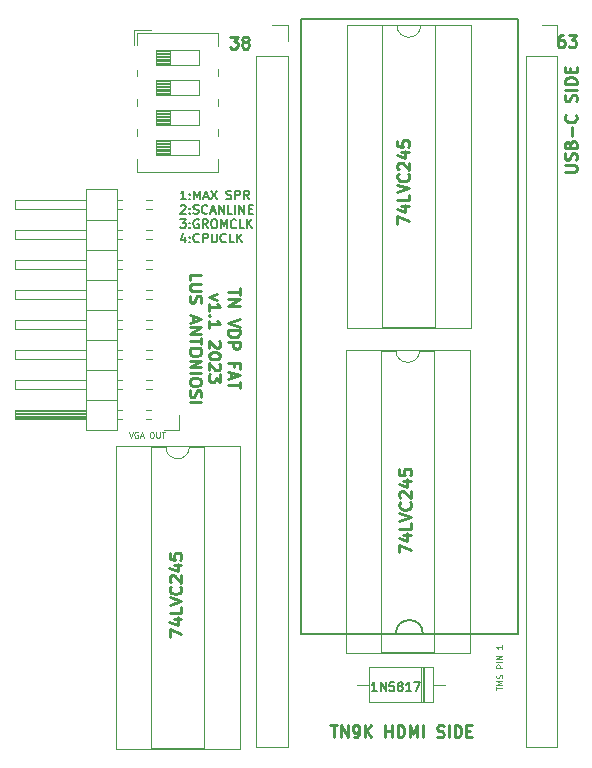
<source format=gbr>
%TF.GenerationSoftware,KiCad,Pcbnew,7.0.1*%
%TF.CreationDate,2023-05-30T14:24:39-07:00*%
%TF.ProjectId,tn_vdp_v1_fat,746e5f76-6470-45f7-9631-5f6661742e6b,rev?*%
%TF.SameCoordinates,Original*%
%TF.FileFunction,Legend,Top*%
%TF.FilePolarity,Positive*%
%FSLAX46Y46*%
G04 Gerber Fmt 4.6, Leading zero omitted, Abs format (unit mm)*
G04 Created by KiCad (PCBNEW 7.0.1) date 2023-05-30 14:24:39*
%MOMM*%
%LPD*%
G01*
G04 APERTURE LIST*
%ADD10C,0.150000*%
%ADD11C,0.250000*%
%ADD12C,0.187500*%
%ADD13C,0.125000*%
%ADD14C,0.120000*%
G04 APERTURE END LIST*
D10*
X153035000Y-48260000D02*
X171450000Y-48260000D01*
X153035000Y-48260000D02*
X153035000Y-100330000D01*
X153035000Y-100330000D02*
X171450000Y-100330000D01*
X163387262Y-100330000D02*
G75*
G03*
X161097738Y-100330000I-1144762J0D01*
G01*
X171450000Y-48260000D02*
X171450000Y-100330000D01*
D11*
X161234419Y-65643142D02*
X161234419Y-64976476D01*
X161234419Y-64976476D02*
X162234419Y-65405047D01*
X161567752Y-64166952D02*
X162234419Y-64166952D01*
X161186800Y-64405047D02*
X161901085Y-64643142D01*
X161901085Y-64643142D02*
X161901085Y-64024095D01*
X162234419Y-63166952D02*
X162234419Y-63643142D01*
X162234419Y-63643142D02*
X161234419Y-63643142D01*
X161234419Y-62976475D02*
X162234419Y-62643142D01*
X162234419Y-62643142D02*
X161234419Y-62309809D01*
X162139180Y-61405047D02*
X162186800Y-61452666D01*
X162186800Y-61452666D02*
X162234419Y-61595523D01*
X162234419Y-61595523D02*
X162234419Y-61690761D01*
X162234419Y-61690761D02*
X162186800Y-61833618D01*
X162186800Y-61833618D02*
X162091561Y-61928856D01*
X162091561Y-61928856D02*
X161996323Y-61976475D01*
X161996323Y-61976475D02*
X161805847Y-62024094D01*
X161805847Y-62024094D02*
X161662990Y-62024094D01*
X161662990Y-62024094D02*
X161472514Y-61976475D01*
X161472514Y-61976475D02*
X161377276Y-61928856D01*
X161377276Y-61928856D02*
X161282038Y-61833618D01*
X161282038Y-61833618D02*
X161234419Y-61690761D01*
X161234419Y-61690761D02*
X161234419Y-61595523D01*
X161234419Y-61595523D02*
X161282038Y-61452666D01*
X161282038Y-61452666D02*
X161329657Y-61405047D01*
X161329657Y-61024094D02*
X161282038Y-60976475D01*
X161282038Y-60976475D02*
X161234419Y-60881237D01*
X161234419Y-60881237D02*
X161234419Y-60643142D01*
X161234419Y-60643142D02*
X161282038Y-60547904D01*
X161282038Y-60547904D02*
X161329657Y-60500285D01*
X161329657Y-60500285D02*
X161424895Y-60452666D01*
X161424895Y-60452666D02*
X161520133Y-60452666D01*
X161520133Y-60452666D02*
X161662990Y-60500285D01*
X161662990Y-60500285D02*
X162234419Y-61071713D01*
X162234419Y-61071713D02*
X162234419Y-60452666D01*
X161567752Y-59595523D02*
X162234419Y-59595523D01*
X161186800Y-59833618D02*
X161901085Y-60071713D01*
X161901085Y-60071713D02*
X161901085Y-59452666D01*
X161234419Y-58595523D02*
X161234419Y-59071713D01*
X161234419Y-59071713D02*
X161710609Y-59119332D01*
X161710609Y-59119332D02*
X161662990Y-59071713D01*
X161662990Y-59071713D02*
X161615371Y-58976475D01*
X161615371Y-58976475D02*
X161615371Y-58738380D01*
X161615371Y-58738380D02*
X161662990Y-58643142D01*
X161662990Y-58643142D02*
X161710609Y-58595523D01*
X161710609Y-58595523D02*
X161805847Y-58547904D01*
X161805847Y-58547904D02*
X162043942Y-58547904D01*
X162043942Y-58547904D02*
X162139180Y-58595523D01*
X162139180Y-58595523D02*
X162186800Y-58643142D01*
X162186800Y-58643142D02*
X162234419Y-58738380D01*
X162234419Y-58738380D02*
X162234419Y-58976475D01*
X162234419Y-58976475D02*
X162186800Y-59071713D01*
X162186800Y-59071713D02*
X162139180Y-59119332D01*
X161386819Y-93456142D02*
X161386819Y-92789476D01*
X161386819Y-92789476D02*
X162386819Y-93218047D01*
X161720152Y-91979952D02*
X162386819Y-91979952D01*
X161339200Y-92218047D02*
X162053485Y-92456142D01*
X162053485Y-92456142D02*
X162053485Y-91837095D01*
X162386819Y-90979952D02*
X162386819Y-91456142D01*
X162386819Y-91456142D02*
X161386819Y-91456142D01*
X161386819Y-90789475D02*
X162386819Y-90456142D01*
X162386819Y-90456142D02*
X161386819Y-90122809D01*
X162291580Y-89218047D02*
X162339200Y-89265666D01*
X162339200Y-89265666D02*
X162386819Y-89408523D01*
X162386819Y-89408523D02*
X162386819Y-89503761D01*
X162386819Y-89503761D02*
X162339200Y-89646618D01*
X162339200Y-89646618D02*
X162243961Y-89741856D01*
X162243961Y-89741856D02*
X162148723Y-89789475D01*
X162148723Y-89789475D02*
X161958247Y-89837094D01*
X161958247Y-89837094D02*
X161815390Y-89837094D01*
X161815390Y-89837094D02*
X161624914Y-89789475D01*
X161624914Y-89789475D02*
X161529676Y-89741856D01*
X161529676Y-89741856D02*
X161434438Y-89646618D01*
X161434438Y-89646618D02*
X161386819Y-89503761D01*
X161386819Y-89503761D02*
X161386819Y-89408523D01*
X161386819Y-89408523D02*
X161434438Y-89265666D01*
X161434438Y-89265666D02*
X161482057Y-89218047D01*
X161482057Y-88837094D02*
X161434438Y-88789475D01*
X161434438Y-88789475D02*
X161386819Y-88694237D01*
X161386819Y-88694237D02*
X161386819Y-88456142D01*
X161386819Y-88456142D02*
X161434438Y-88360904D01*
X161434438Y-88360904D02*
X161482057Y-88313285D01*
X161482057Y-88313285D02*
X161577295Y-88265666D01*
X161577295Y-88265666D02*
X161672533Y-88265666D01*
X161672533Y-88265666D02*
X161815390Y-88313285D01*
X161815390Y-88313285D02*
X162386819Y-88884713D01*
X162386819Y-88884713D02*
X162386819Y-88265666D01*
X161720152Y-87408523D02*
X162386819Y-87408523D01*
X161339200Y-87646618D02*
X162053485Y-87884713D01*
X162053485Y-87884713D02*
X162053485Y-87265666D01*
X161386819Y-86408523D02*
X161386819Y-86884713D01*
X161386819Y-86884713D02*
X161863009Y-86932332D01*
X161863009Y-86932332D02*
X161815390Y-86884713D01*
X161815390Y-86884713D02*
X161767771Y-86789475D01*
X161767771Y-86789475D02*
X161767771Y-86551380D01*
X161767771Y-86551380D02*
X161815390Y-86456142D01*
X161815390Y-86456142D02*
X161863009Y-86408523D01*
X161863009Y-86408523D02*
X161958247Y-86360904D01*
X161958247Y-86360904D02*
X162196342Y-86360904D01*
X162196342Y-86360904D02*
X162291580Y-86408523D01*
X162291580Y-86408523D02*
X162339200Y-86456142D01*
X162339200Y-86456142D02*
X162386819Y-86551380D01*
X162386819Y-86551380D02*
X162386819Y-86789475D01*
X162386819Y-86789475D02*
X162339200Y-86884713D01*
X162339200Y-86884713D02*
X162291580Y-86932332D01*
D12*
X143319428Y-63573214D02*
X142890857Y-63573214D01*
X143105142Y-63573214D02*
X143105142Y-62823214D01*
X143105142Y-62823214D02*
X143033714Y-62930357D01*
X143033714Y-62930357D02*
X142962285Y-63001785D01*
X142962285Y-63001785D02*
X142890857Y-63037500D01*
X143640857Y-63501785D02*
X143676571Y-63537500D01*
X143676571Y-63537500D02*
X143640857Y-63573214D01*
X143640857Y-63573214D02*
X143605143Y-63537500D01*
X143605143Y-63537500D02*
X143640857Y-63501785D01*
X143640857Y-63501785D02*
X143640857Y-63573214D01*
X143640857Y-63108928D02*
X143676571Y-63144642D01*
X143676571Y-63144642D02*
X143640857Y-63180357D01*
X143640857Y-63180357D02*
X143605143Y-63144642D01*
X143605143Y-63144642D02*
X143640857Y-63108928D01*
X143640857Y-63108928D02*
X143640857Y-63180357D01*
X143998000Y-63573214D02*
X143998000Y-62823214D01*
X143998000Y-62823214D02*
X144248000Y-63358928D01*
X144248000Y-63358928D02*
X144498000Y-62823214D01*
X144498000Y-62823214D02*
X144498000Y-63573214D01*
X144819429Y-63358928D02*
X145176572Y-63358928D01*
X144748000Y-63573214D02*
X144998000Y-62823214D01*
X144998000Y-62823214D02*
X145248000Y-63573214D01*
X145426571Y-62823214D02*
X145926571Y-63573214D01*
X145926571Y-62823214D02*
X145426571Y-63573214D01*
X146748001Y-63537500D02*
X146855144Y-63573214D01*
X146855144Y-63573214D02*
X147033715Y-63573214D01*
X147033715Y-63573214D02*
X147105144Y-63537500D01*
X147105144Y-63537500D02*
X147140858Y-63501785D01*
X147140858Y-63501785D02*
X147176572Y-63430357D01*
X147176572Y-63430357D02*
X147176572Y-63358928D01*
X147176572Y-63358928D02*
X147140858Y-63287500D01*
X147140858Y-63287500D02*
X147105144Y-63251785D01*
X147105144Y-63251785D02*
X147033715Y-63216071D01*
X147033715Y-63216071D02*
X146890858Y-63180357D01*
X146890858Y-63180357D02*
X146819429Y-63144642D01*
X146819429Y-63144642D02*
X146783715Y-63108928D01*
X146783715Y-63108928D02*
X146748001Y-63037500D01*
X146748001Y-63037500D02*
X146748001Y-62966071D01*
X146748001Y-62966071D02*
X146783715Y-62894642D01*
X146783715Y-62894642D02*
X146819429Y-62858928D01*
X146819429Y-62858928D02*
X146890858Y-62823214D01*
X146890858Y-62823214D02*
X147069429Y-62823214D01*
X147069429Y-62823214D02*
X147176572Y-62858928D01*
X147498001Y-63573214D02*
X147498001Y-62823214D01*
X147498001Y-62823214D02*
X147783715Y-62823214D01*
X147783715Y-62823214D02*
X147855144Y-62858928D01*
X147855144Y-62858928D02*
X147890858Y-62894642D01*
X147890858Y-62894642D02*
X147926572Y-62966071D01*
X147926572Y-62966071D02*
X147926572Y-63073214D01*
X147926572Y-63073214D02*
X147890858Y-63144642D01*
X147890858Y-63144642D02*
X147855144Y-63180357D01*
X147855144Y-63180357D02*
X147783715Y-63216071D01*
X147783715Y-63216071D02*
X147498001Y-63216071D01*
X148676572Y-63573214D02*
X148426572Y-63216071D01*
X148248001Y-63573214D02*
X148248001Y-62823214D01*
X148248001Y-62823214D02*
X148533715Y-62823214D01*
X148533715Y-62823214D02*
X148605144Y-62858928D01*
X148605144Y-62858928D02*
X148640858Y-62894642D01*
X148640858Y-62894642D02*
X148676572Y-62966071D01*
X148676572Y-62966071D02*
X148676572Y-63073214D01*
X148676572Y-63073214D02*
X148640858Y-63144642D01*
X148640858Y-63144642D02*
X148605144Y-63180357D01*
X148605144Y-63180357D02*
X148533715Y-63216071D01*
X148533715Y-63216071D02*
X148248001Y-63216071D01*
X142890857Y-64109642D02*
X142926571Y-64073928D01*
X142926571Y-64073928D02*
X142998000Y-64038214D01*
X142998000Y-64038214D02*
X143176571Y-64038214D01*
X143176571Y-64038214D02*
X143248000Y-64073928D01*
X143248000Y-64073928D02*
X143283714Y-64109642D01*
X143283714Y-64109642D02*
X143319428Y-64181071D01*
X143319428Y-64181071D02*
X143319428Y-64252500D01*
X143319428Y-64252500D02*
X143283714Y-64359642D01*
X143283714Y-64359642D02*
X142855142Y-64788214D01*
X142855142Y-64788214D02*
X143319428Y-64788214D01*
X143640857Y-64716785D02*
X143676571Y-64752500D01*
X143676571Y-64752500D02*
X143640857Y-64788214D01*
X143640857Y-64788214D02*
X143605143Y-64752500D01*
X143605143Y-64752500D02*
X143640857Y-64716785D01*
X143640857Y-64716785D02*
X143640857Y-64788214D01*
X143640857Y-64323928D02*
X143676571Y-64359642D01*
X143676571Y-64359642D02*
X143640857Y-64395357D01*
X143640857Y-64395357D02*
X143605143Y-64359642D01*
X143605143Y-64359642D02*
X143640857Y-64323928D01*
X143640857Y-64323928D02*
X143640857Y-64395357D01*
X143962286Y-64752500D02*
X144069429Y-64788214D01*
X144069429Y-64788214D02*
X144248000Y-64788214D01*
X144248000Y-64788214D02*
X144319429Y-64752500D01*
X144319429Y-64752500D02*
X144355143Y-64716785D01*
X144355143Y-64716785D02*
X144390857Y-64645357D01*
X144390857Y-64645357D02*
X144390857Y-64573928D01*
X144390857Y-64573928D02*
X144355143Y-64502500D01*
X144355143Y-64502500D02*
X144319429Y-64466785D01*
X144319429Y-64466785D02*
X144248000Y-64431071D01*
X144248000Y-64431071D02*
X144105143Y-64395357D01*
X144105143Y-64395357D02*
X144033714Y-64359642D01*
X144033714Y-64359642D02*
X143998000Y-64323928D01*
X143998000Y-64323928D02*
X143962286Y-64252500D01*
X143962286Y-64252500D02*
X143962286Y-64181071D01*
X143962286Y-64181071D02*
X143998000Y-64109642D01*
X143998000Y-64109642D02*
X144033714Y-64073928D01*
X144033714Y-64073928D02*
X144105143Y-64038214D01*
X144105143Y-64038214D02*
X144283714Y-64038214D01*
X144283714Y-64038214D02*
X144390857Y-64073928D01*
X145140857Y-64716785D02*
X145105143Y-64752500D01*
X145105143Y-64752500D02*
X144998000Y-64788214D01*
X144998000Y-64788214D02*
X144926572Y-64788214D01*
X144926572Y-64788214D02*
X144819429Y-64752500D01*
X144819429Y-64752500D02*
X144748000Y-64681071D01*
X144748000Y-64681071D02*
X144712286Y-64609642D01*
X144712286Y-64609642D02*
X144676572Y-64466785D01*
X144676572Y-64466785D02*
X144676572Y-64359642D01*
X144676572Y-64359642D02*
X144712286Y-64216785D01*
X144712286Y-64216785D02*
X144748000Y-64145357D01*
X144748000Y-64145357D02*
X144819429Y-64073928D01*
X144819429Y-64073928D02*
X144926572Y-64038214D01*
X144926572Y-64038214D02*
X144998000Y-64038214D01*
X144998000Y-64038214D02*
X145105143Y-64073928D01*
X145105143Y-64073928D02*
X145140857Y-64109642D01*
X145426572Y-64573928D02*
X145783715Y-64573928D01*
X145355143Y-64788214D02*
X145605143Y-64038214D01*
X145605143Y-64038214D02*
X145855143Y-64788214D01*
X146105143Y-64788214D02*
X146105143Y-64038214D01*
X146105143Y-64038214D02*
X146533714Y-64788214D01*
X146533714Y-64788214D02*
X146533714Y-64038214D01*
X147248000Y-64788214D02*
X146890857Y-64788214D01*
X146890857Y-64788214D02*
X146890857Y-64038214D01*
X147498000Y-64788214D02*
X147498000Y-64038214D01*
X147855143Y-64788214D02*
X147855143Y-64038214D01*
X147855143Y-64038214D02*
X148283714Y-64788214D01*
X148283714Y-64788214D02*
X148283714Y-64038214D01*
X148640857Y-64395357D02*
X148890857Y-64395357D01*
X148998000Y-64788214D02*
X148640857Y-64788214D01*
X148640857Y-64788214D02*
X148640857Y-64038214D01*
X148640857Y-64038214D02*
X148998000Y-64038214D01*
X142855142Y-65253214D02*
X143319428Y-65253214D01*
X143319428Y-65253214D02*
X143069428Y-65538928D01*
X143069428Y-65538928D02*
X143176571Y-65538928D01*
X143176571Y-65538928D02*
X143248000Y-65574642D01*
X143248000Y-65574642D02*
X143283714Y-65610357D01*
X143283714Y-65610357D02*
X143319428Y-65681785D01*
X143319428Y-65681785D02*
X143319428Y-65860357D01*
X143319428Y-65860357D02*
X143283714Y-65931785D01*
X143283714Y-65931785D02*
X143248000Y-65967500D01*
X143248000Y-65967500D02*
X143176571Y-66003214D01*
X143176571Y-66003214D02*
X142962285Y-66003214D01*
X142962285Y-66003214D02*
X142890857Y-65967500D01*
X142890857Y-65967500D02*
X142855142Y-65931785D01*
X143640857Y-65931785D02*
X143676571Y-65967500D01*
X143676571Y-65967500D02*
X143640857Y-66003214D01*
X143640857Y-66003214D02*
X143605143Y-65967500D01*
X143605143Y-65967500D02*
X143640857Y-65931785D01*
X143640857Y-65931785D02*
X143640857Y-66003214D01*
X143640857Y-65538928D02*
X143676571Y-65574642D01*
X143676571Y-65574642D02*
X143640857Y-65610357D01*
X143640857Y-65610357D02*
X143605143Y-65574642D01*
X143605143Y-65574642D02*
X143640857Y-65538928D01*
X143640857Y-65538928D02*
X143640857Y-65610357D01*
X144390857Y-65288928D02*
X144319429Y-65253214D01*
X144319429Y-65253214D02*
X144212286Y-65253214D01*
X144212286Y-65253214D02*
X144105143Y-65288928D01*
X144105143Y-65288928D02*
X144033714Y-65360357D01*
X144033714Y-65360357D02*
X143998000Y-65431785D01*
X143998000Y-65431785D02*
X143962286Y-65574642D01*
X143962286Y-65574642D02*
X143962286Y-65681785D01*
X143962286Y-65681785D02*
X143998000Y-65824642D01*
X143998000Y-65824642D02*
X144033714Y-65896071D01*
X144033714Y-65896071D02*
X144105143Y-65967500D01*
X144105143Y-65967500D02*
X144212286Y-66003214D01*
X144212286Y-66003214D02*
X144283714Y-66003214D01*
X144283714Y-66003214D02*
X144390857Y-65967500D01*
X144390857Y-65967500D02*
X144426571Y-65931785D01*
X144426571Y-65931785D02*
X144426571Y-65681785D01*
X144426571Y-65681785D02*
X144283714Y-65681785D01*
X145176571Y-66003214D02*
X144926571Y-65646071D01*
X144748000Y-66003214D02*
X144748000Y-65253214D01*
X144748000Y-65253214D02*
X145033714Y-65253214D01*
X145033714Y-65253214D02*
X145105143Y-65288928D01*
X145105143Y-65288928D02*
X145140857Y-65324642D01*
X145140857Y-65324642D02*
X145176571Y-65396071D01*
X145176571Y-65396071D02*
X145176571Y-65503214D01*
X145176571Y-65503214D02*
X145140857Y-65574642D01*
X145140857Y-65574642D02*
X145105143Y-65610357D01*
X145105143Y-65610357D02*
X145033714Y-65646071D01*
X145033714Y-65646071D02*
X144748000Y-65646071D01*
X145640857Y-65253214D02*
X145783714Y-65253214D01*
X145783714Y-65253214D02*
X145855143Y-65288928D01*
X145855143Y-65288928D02*
X145926571Y-65360357D01*
X145926571Y-65360357D02*
X145962286Y-65503214D01*
X145962286Y-65503214D02*
X145962286Y-65753214D01*
X145962286Y-65753214D02*
X145926571Y-65896071D01*
X145926571Y-65896071D02*
X145855143Y-65967500D01*
X145855143Y-65967500D02*
X145783714Y-66003214D01*
X145783714Y-66003214D02*
X145640857Y-66003214D01*
X145640857Y-66003214D02*
X145569429Y-65967500D01*
X145569429Y-65967500D02*
X145498000Y-65896071D01*
X145498000Y-65896071D02*
X145462286Y-65753214D01*
X145462286Y-65753214D02*
X145462286Y-65503214D01*
X145462286Y-65503214D02*
X145498000Y-65360357D01*
X145498000Y-65360357D02*
X145569429Y-65288928D01*
X145569429Y-65288928D02*
X145640857Y-65253214D01*
X146283714Y-66003214D02*
X146283714Y-65253214D01*
X146283714Y-65253214D02*
X146533714Y-65788928D01*
X146533714Y-65788928D02*
X146783714Y-65253214D01*
X146783714Y-65253214D02*
X146783714Y-66003214D01*
X147569428Y-65931785D02*
X147533714Y-65967500D01*
X147533714Y-65967500D02*
X147426571Y-66003214D01*
X147426571Y-66003214D02*
X147355143Y-66003214D01*
X147355143Y-66003214D02*
X147248000Y-65967500D01*
X147248000Y-65967500D02*
X147176571Y-65896071D01*
X147176571Y-65896071D02*
X147140857Y-65824642D01*
X147140857Y-65824642D02*
X147105143Y-65681785D01*
X147105143Y-65681785D02*
X147105143Y-65574642D01*
X147105143Y-65574642D02*
X147140857Y-65431785D01*
X147140857Y-65431785D02*
X147176571Y-65360357D01*
X147176571Y-65360357D02*
X147248000Y-65288928D01*
X147248000Y-65288928D02*
X147355143Y-65253214D01*
X147355143Y-65253214D02*
X147426571Y-65253214D01*
X147426571Y-65253214D02*
X147533714Y-65288928D01*
X147533714Y-65288928D02*
X147569428Y-65324642D01*
X148248000Y-66003214D02*
X147890857Y-66003214D01*
X147890857Y-66003214D02*
X147890857Y-65253214D01*
X148498000Y-66003214D02*
X148498000Y-65253214D01*
X148926571Y-66003214D02*
X148605143Y-65574642D01*
X148926571Y-65253214D02*
X148498000Y-65681785D01*
X143248000Y-66718214D02*
X143248000Y-67218214D01*
X143069428Y-66432500D02*
X142890857Y-66968214D01*
X142890857Y-66968214D02*
X143355142Y-66968214D01*
X143640857Y-67146785D02*
X143676571Y-67182500D01*
X143676571Y-67182500D02*
X143640857Y-67218214D01*
X143640857Y-67218214D02*
X143605143Y-67182500D01*
X143605143Y-67182500D02*
X143640857Y-67146785D01*
X143640857Y-67146785D02*
X143640857Y-67218214D01*
X143640857Y-66753928D02*
X143676571Y-66789642D01*
X143676571Y-66789642D02*
X143640857Y-66825357D01*
X143640857Y-66825357D02*
X143605143Y-66789642D01*
X143605143Y-66789642D02*
X143640857Y-66753928D01*
X143640857Y-66753928D02*
X143640857Y-66825357D01*
X144426571Y-67146785D02*
X144390857Y-67182500D01*
X144390857Y-67182500D02*
X144283714Y-67218214D01*
X144283714Y-67218214D02*
X144212286Y-67218214D01*
X144212286Y-67218214D02*
X144105143Y-67182500D01*
X144105143Y-67182500D02*
X144033714Y-67111071D01*
X144033714Y-67111071D02*
X143998000Y-67039642D01*
X143998000Y-67039642D02*
X143962286Y-66896785D01*
X143962286Y-66896785D02*
X143962286Y-66789642D01*
X143962286Y-66789642D02*
X143998000Y-66646785D01*
X143998000Y-66646785D02*
X144033714Y-66575357D01*
X144033714Y-66575357D02*
X144105143Y-66503928D01*
X144105143Y-66503928D02*
X144212286Y-66468214D01*
X144212286Y-66468214D02*
X144283714Y-66468214D01*
X144283714Y-66468214D02*
X144390857Y-66503928D01*
X144390857Y-66503928D02*
X144426571Y-66539642D01*
X144748000Y-67218214D02*
X144748000Y-66468214D01*
X144748000Y-66468214D02*
X145033714Y-66468214D01*
X145033714Y-66468214D02*
X145105143Y-66503928D01*
X145105143Y-66503928D02*
X145140857Y-66539642D01*
X145140857Y-66539642D02*
X145176571Y-66611071D01*
X145176571Y-66611071D02*
X145176571Y-66718214D01*
X145176571Y-66718214D02*
X145140857Y-66789642D01*
X145140857Y-66789642D02*
X145105143Y-66825357D01*
X145105143Y-66825357D02*
X145033714Y-66861071D01*
X145033714Y-66861071D02*
X144748000Y-66861071D01*
X145498000Y-66468214D02*
X145498000Y-67075357D01*
X145498000Y-67075357D02*
X145533714Y-67146785D01*
X145533714Y-67146785D02*
X145569429Y-67182500D01*
X145569429Y-67182500D02*
X145640857Y-67218214D01*
X145640857Y-67218214D02*
X145783714Y-67218214D01*
X145783714Y-67218214D02*
X145855143Y-67182500D01*
X145855143Y-67182500D02*
X145890857Y-67146785D01*
X145890857Y-67146785D02*
X145926571Y-67075357D01*
X145926571Y-67075357D02*
X145926571Y-66468214D01*
X146712285Y-67146785D02*
X146676571Y-67182500D01*
X146676571Y-67182500D02*
X146569428Y-67218214D01*
X146569428Y-67218214D02*
X146498000Y-67218214D01*
X146498000Y-67218214D02*
X146390857Y-67182500D01*
X146390857Y-67182500D02*
X146319428Y-67111071D01*
X146319428Y-67111071D02*
X146283714Y-67039642D01*
X146283714Y-67039642D02*
X146248000Y-66896785D01*
X146248000Y-66896785D02*
X146248000Y-66789642D01*
X146248000Y-66789642D02*
X146283714Y-66646785D01*
X146283714Y-66646785D02*
X146319428Y-66575357D01*
X146319428Y-66575357D02*
X146390857Y-66503928D01*
X146390857Y-66503928D02*
X146498000Y-66468214D01*
X146498000Y-66468214D02*
X146569428Y-66468214D01*
X146569428Y-66468214D02*
X146676571Y-66503928D01*
X146676571Y-66503928D02*
X146712285Y-66539642D01*
X147390857Y-67218214D02*
X147033714Y-67218214D01*
X147033714Y-67218214D02*
X147033714Y-66468214D01*
X147640857Y-67218214D02*
X147640857Y-66468214D01*
X148069428Y-67218214D02*
X147748000Y-66789642D01*
X148069428Y-66468214D02*
X147640857Y-66896785D01*
D11*
X141945819Y-100588542D02*
X141945819Y-99921876D01*
X141945819Y-99921876D02*
X142945819Y-100350447D01*
X142279152Y-99112352D02*
X142945819Y-99112352D01*
X141898200Y-99350447D02*
X142612485Y-99588542D01*
X142612485Y-99588542D02*
X142612485Y-98969495D01*
X142945819Y-98112352D02*
X142945819Y-98588542D01*
X142945819Y-98588542D02*
X141945819Y-98588542D01*
X141945819Y-97921875D02*
X142945819Y-97588542D01*
X142945819Y-97588542D02*
X141945819Y-97255209D01*
X142850580Y-96350447D02*
X142898200Y-96398066D01*
X142898200Y-96398066D02*
X142945819Y-96540923D01*
X142945819Y-96540923D02*
X142945819Y-96636161D01*
X142945819Y-96636161D02*
X142898200Y-96779018D01*
X142898200Y-96779018D02*
X142802961Y-96874256D01*
X142802961Y-96874256D02*
X142707723Y-96921875D01*
X142707723Y-96921875D02*
X142517247Y-96969494D01*
X142517247Y-96969494D02*
X142374390Y-96969494D01*
X142374390Y-96969494D02*
X142183914Y-96921875D01*
X142183914Y-96921875D02*
X142088676Y-96874256D01*
X142088676Y-96874256D02*
X141993438Y-96779018D01*
X141993438Y-96779018D02*
X141945819Y-96636161D01*
X141945819Y-96636161D02*
X141945819Y-96540923D01*
X141945819Y-96540923D02*
X141993438Y-96398066D01*
X141993438Y-96398066D02*
X142041057Y-96350447D01*
X142041057Y-95969494D02*
X141993438Y-95921875D01*
X141993438Y-95921875D02*
X141945819Y-95826637D01*
X141945819Y-95826637D02*
X141945819Y-95588542D01*
X141945819Y-95588542D02*
X141993438Y-95493304D01*
X141993438Y-95493304D02*
X142041057Y-95445685D01*
X142041057Y-95445685D02*
X142136295Y-95398066D01*
X142136295Y-95398066D02*
X142231533Y-95398066D01*
X142231533Y-95398066D02*
X142374390Y-95445685D01*
X142374390Y-95445685D02*
X142945819Y-96017113D01*
X142945819Y-96017113D02*
X142945819Y-95398066D01*
X142279152Y-94540923D02*
X142945819Y-94540923D01*
X141898200Y-94779018D02*
X142612485Y-95017113D01*
X142612485Y-95017113D02*
X142612485Y-94398066D01*
X141945819Y-93540923D02*
X141945819Y-94017113D01*
X141945819Y-94017113D02*
X142422009Y-94064732D01*
X142422009Y-94064732D02*
X142374390Y-94017113D01*
X142374390Y-94017113D02*
X142326771Y-93921875D01*
X142326771Y-93921875D02*
X142326771Y-93683780D01*
X142326771Y-93683780D02*
X142374390Y-93588542D01*
X142374390Y-93588542D02*
X142422009Y-93540923D01*
X142422009Y-93540923D02*
X142517247Y-93493304D01*
X142517247Y-93493304D02*
X142755342Y-93493304D01*
X142755342Y-93493304D02*
X142850580Y-93540923D01*
X142850580Y-93540923D02*
X142898200Y-93588542D01*
X142898200Y-93588542D02*
X142945819Y-93683780D01*
X142945819Y-93683780D02*
X142945819Y-93921875D01*
X142945819Y-93921875D02*
X142898200Y-94017113D01*
X142898200Y-94017113D02*
X142850580Y-94064732D01*
X175407619Y-61229904D02*
X176217142Y-61229904D01*
X176217142Y-61229904D02*
X176312380Y-61182285D01*
X176312380Y-61182285D02*
X176360000Y-61134666D01*
X176360000Y-61134666D02*
X176407619Y-61039428D01*
X176407619Y-61039428D02*
X176407619Y-60848952D01*
X176407619Y-60848952D02*
X176360000Y-60753714D01*
X176360000Y-60753714D02*
X176312380Y-60706095D01*
X176312380Y-60706095D02*
X176217142Y-60658476D01*
X176217142Y-60658476D02*
X175407619Y-60658476D01*
X176360000Y-60229904D02*
X176407619Y-60087047D01*
X176407619Y-60087047D02*
X176407619Y-59848952D01*
X176407619Y-59848952D02*
X176360000Y-59753714D01*
X176360000Y-59753714D02*
X176312380Y-59706095D01*
X176312380Y-59706095D02*
X176217142Y-59658476D01*
X176217142Y-59658476D02*
X176121904Y-59658476D01*
X176121904Y-59658476D02*
X176026666Y-59706095D01*
X176026666Y-59706095D02*
X175979047Y-59753714D01*
X175979047Y-59753714D02*
X175931428Y-59848952D01*
X175931428Y-59848952D02*
X175883809Y-60039428D01*
X175883809Y-60039428D02*
X175836190Y-60134666D01*
X175836190Y-60134666D02*
X175788571Y-60182285D01*
X175788571Y-60182285D02*
X175693333Y-60229904D01*
X175693333Y-60229904D02*
X175598095Y-60229904D01*
X175598095Y-60229904D02*
X175502857Y-60182285D01*
X175502857Y-60182285D02*
X175455238Y-60134666D01*
X175455238Y-60134666D02*
X175407619Y-60039428D01*
X175407619Y-60039428D02*
X175407619Y-59801333D01*
X175407619Y-59801333D02*
X175455238Y-59658476D01*
X175883809Y-58896571D02*
X175931428Y-58753714D01*
X175931428Y-58753714D02*
X175979047Y-58706095D01*
X175979047Y-58706095D02*
X176074285Y-58658476D01*
X176074285Y-58658476D02*
X176217142Y-58658476D01*
X176217142Y-58658476D02*
X176312380Y-58706095D01*
X176312380Y-58706095D02*
X176360000Y-58753714D01*
X176360000Y-58753714D02*
X176407619Y-58848952D01*
X176407619Y-58848952D02*
X176407619Y-59229904D01*
X176407619Y-59229904D02*
X175407619Y-59229904D01*
X175407619Y-59229904D02*
X175407619Y-58896571D01*
X175407619Y-58896571D02*
X175455238Y-58801333D01*
X175455238Y-58801333D02*
X175502857Y-58753714D01*
X175502857Y-58753714D02*
X175598095Y-58706095D01*
X175598095Y-58706095D02*
X175693333Y-58706095D01*
X175693333Y-58706095D02*
X175788571Y-58753714D01*
X175788571Y-58753714D02*
X175836190Y-58801333D01*
X175836190Y-58801333D02*
X175883809Y-58896571D01*
X175883809Y-58896571D02*
X175883809Y-59229904D01*
X176026666Y-58229904D02*
X176026666Y-57468000D01*
X176312380Y-56420381D02*
X176360000Y-56468000D01*
X176360000Y-56468000D02*
X176407619Y-56610857D01*
X176407619Y-56610857D02*
X176407619Y-56706095D01*
X176407619Y-56706095D02*
X176360000Y-56848952D01*
X176360000Y-56848952D02*
X176264761Y-56944190D01*
X176264761Y-56944190D02*
X176169523Y-56991809D01*
X176169523Y-56991809D02*
X175979047Y-57039428D01*
X175979047Y-57039428D02*
X175836190Y-57039428D01*
X175836190Y-57039428D02*
X175645714Y-56991809D01*
X175645714Y-56991809D02*
X175550476Y-56944190D01*
X175550476Y-56944190D02*
X175455238Y-56848952D01*
X175455238Y-56848952D02*
X175407619Y-56706095D01*
X175407619Y-56706095D02*
X175407619Y-56610857D01*
X175407619Y-56610857D02*
X175455238Y-56468000D01*
X175455238Y-56468000D02*
X175502857Y-56420381D01*
X176360000Y-55277523D02*
X176407619Y-55134666D01*
X176407619Y-55134666D02*
X176407619Y-54896571D01*
X176407619Y-54896571D02*
X176360000Y-54801333D01*
X176360000Y-54801333D02*
X176312380Y-54753714D01*
X176312380Y-54753714D02*
X176217142Y-54706095D01*
X176217142Y-54706095D02*
X176121904Y-54706095D01*
X176121904Y-54706095D02*
X176026666Y-54753714D01*
X176026666Y-54753714D02*
X175979047Y-54801333D01*
X175979047Y-54801333D02*
X175931428Y-54896571D01*
X175931428Y-54896571D02*
X175883809Y-55087047D01*
X175883809Y-55087047D02*
X175836190Y-55182285D01*
X175836190Y-55182285D02*
X175788571Y-55229904D01*
X175788571Y-55229904D02*
X175693333Y-55277523D01*
X175693333Y-55277523D02*
X175598095Y-55277523D01*
X175598095Y-55277523D02*
X175502857Y-55229904D01*
X175502857Y-55229904D02*
X175455238Y-55182285D01*
X175455238Y-55182285D02*
X175407619Y-55087047D01*
X175407619Y-55087047D02*
X175407619Y-54848952D01*
X175407619Y-54848952D02*
X175455238Y-54706095D01*
X176407619Y-54277523D02*
X175407619Y-54277523D01*
X176407619Y-53801333D02*
X175407619Y-53801333D01*
X175407619Y-53801333D02*
X175407619Y-53563238D01*
X175407619Y-53563238D02*
X175455238Y-53420381D01*
X175455238Y-53420381D02*
X175550476Y-53325143D01*
X175550476Y-53325143D02*
X175645714Y-53277524D01*
X175645714Y-53277524D02*
X175836190Y-53229905D01*
X175836190Y-53229905D02*
X175979047Y-53229905D01*
X175979047Y-53229905D02*
X176169523Y-53277524D01*
X176169523Y-53277524D02*
X176264761Y-53325143D01*
X176264761Y-53325143D02*
X176360000Y-53420381D01*
X176360000Y-53420381D02*
X176407619Y-53563238D01*
X176407619Y-53563238D02*
X176407619Y-53801333D01*
X175883809Y-52801333D02*
X175883809Y-52468000D01*
X176407619Y-52325143D02*
X176407619Y-52801333D01*
X176407619Y-52801333D02*
X175407619Y-52801333D01*
X175407619Y-52801333D02*
X175407619Y-52325143D01*
D13*
X138477619Y-83258809D02*
X138644285Y-83758809D01*
X138644285Y-83758809D02*
X138810952Y-83258809D01*
X139239523Y-83282619D02*
X139191904Y-83258809D01*
X139191904Y-83258809D02*
X139120475Y-83258809D01*
X139120475Y-83258809D02*
X139049047Y-83282619D01*
X139049047Y-83282619D02*
X139001428Y-83330238D01*
X139001428Y-83330238D02*
X138977618Y-83377857D01*
X138977618Y-83377857D02*
X138953809Y-83473095D01*
X138953809Y-83473095D02*
X138953809Y-83544523D01*
X138953809Y-83544523D02*
X138977618Y-83639761D01*
X138977618Y-83639761D02*
X139001428Y-83687380D01*
X139001428Y-83687380D02*
X139049047Y-83735000D01*
X139049047Y-83735000D02*
X139120475Y-83758809D01*
X139120475Y-83758809D02*
X139168094Y-83758809D01*
X139168094Y-83758809D02*
X139239523Y-83735000D01*
X139239523Y-83735000D02*
X139263332Y-83711190D01*
X139263332Y-83711190D02*
X139263332Y-83544523D01*
X139263332Y-83544523D02*
X139168094Y-83544523D01*
X139453809Y-83615952D02*
X139691904Y-83615952D01*
X139406190Y-83758809D02*
X139572856Y-83258809D01*
X139572856Y-83258809D02*
X139739523Y-83758809D01*
X140382379Y-83258809D02*
X140477617Y-83258809D01*
X140477617Y-83258809D02*
X140525236Y-83282619D01*
X140525236Y-83282619D02*
X140572855Y-83330238D01*
X140572855Y-83330238D02*
X140596665Y-83425476D01*
X140596665Y-83425476D02*
X140596665Y-83592142D01*
X140596665Y-83592142D02*
X140572855Y-83687380D01*
X140572855Y-83687380D02*
X140525236Y-83735000D01*
X140525236Y-83735000D02*
X140477617Y-83758809D01*
X140477617Y-83758809D02*
X140382379Y-83758809D01*
X140382379Y-83758809D02*
X140334760Y-83735000D01*
X140334760Y-83735000D02*
X140287141Y-83687380D01*
X140287141Y-83687380D02*
X140263332Y-83592142D01*
X140263332Y-83592142D02*
X140263332Y-83425476D01*
X140263332Y-83425476D02*
X140287141Y-83330238D01*
X140287141Y-83330238D02*
X140334760Y-83282619D01*
X140334760Y-83282619D02*
X140382379Y-83258809D01*
X140810951Y-83258809D02*
X140810951Y-83663571D01*
X140810951Y-83663571D02*
X140834761Y-83711190D01*
X140834761Y-83711190D02*
X140858570Y-83735000D01*
X140858570Y-83735000D02*
X140906189Y-83758809D01*
X140906189Y-83758809D02*
X141001427Y-83758809D01*
X141001427Y-83758809D02*
X141049046Y-83735000D01*
X141049046Y-83735000D02*
X141072856Y-83711190D01*
X141072856Y-83711190D02*
X141096665Y-83663571D01*
X141096665Y-83663571D02*
X141096665Y-83258809D01*
X141263333Y-83258809D02*
X141549047Y-83258809D01*
X141406190Y-83758809D02*
X141406190Y-83258809D01*
D11*
X155543238Y-108097619D02*
X156114666Y-108097619D01*
X155828952Y-109097619D02*
X155828952Y-108097619D01*
X156448000Y-109097619D02*
X156448000Y-108097619D01*
X156448000Y-108097619D02*
X157019428Y-109097619D01*
X157019428Y-109097619D02*
X157019428Y-108097619D01*
X157543238Y-109097619D02*
X157733714Y-109097619D01*
X157733714Y-109097619D02*
X157828952Y-109050000D01*
X157828952Y-109050000D02*
X157876571Y-109002380D01*
X157876571Y-109002380D02*
X157971809Y-108859523D01*
X157971809Y-108859523D02*
X158019428Y-108669047D01*
X158019428Y-108669047D02*
X158019428Y-108288095D01*
X158019428Y-108288095D02*
X157971809Y-108192857D01*
X157971809Y-108192857D02*
X157924190Y-108145238D01*
X157924190Y-108145238D02*
X157828952Y-108097619D01*
X157828952Y-108097619D02*
X157638476Y-108097619D01*
X157638476Y-108097619D02*
X157543238Y-108145238D01*
X157543238Y-108145238D02*
X157495619Y-108192857D01*
X157495619Y-108192857D02*
X157448000Y-108288095D01*
X157448000Y-108288095D02*
X157448000Y-108526190D01*
X157448000Y-108526190D02*
X157495619Y-108621428D01*
X157495619Y-108621428D02*
X157543238Y-108669047D01*
X157543238Y-108669047D02*
X157638476Y-108716666D01*
X157638476Y-108716666D02*
X157828952Y-108716666D01*
X157828952Y-108716666D02*
X157924190Y-108669047D01*
X157924190Y-108669047D02*
X157971809Y-108621428D01*
X157971809Y-108621428D02*
X158019428Y-108526190D01*
X158448000Y-109097619D02*
X158448000Y-108097619D01*
X159019428Y-109097619D02*
X158590857Y-108526190D01*
X159019428Y-108097619D02*
X158448000Y-108669047D01*
X160209905Y-109097619D02*
X160209905Y-108097619D01*
X160209905Y-108573809D02*
X160781333Y-108573809D01*
X160781333Y-109097619D02*
X160781333Y-108097619D01*
X161257524Y-109097619D02*
X161257524Y-108097619D01*
X161257524Y-108097619D02*
X161495619Y-108097619D01*
X161495619Y-108097619D02*
X161638476Y-108145238D01*
X161638476Y-108145238D02*
X161733714Y-108240476D01*
X161733714Y-108240476D02*
X161781333Y-108335714D01*
X161781333Y-108335714D02*
X161828952Y-108526190D01*
X161828952Y-108526190D02*
X161828952Y-108669047D01*
X161828952Y-108669047D02*
X161781333Y-108859523D01*
X161781333Y-108859523D02*
X161733714Y-108954761D01*
X161733714Y-108954761D02*
X161638476Y-109050000D01*
X161638476Y-109050000D02*
X161495619Y-109097619D01*
X161495619Y-109097619D02*
X161257524Y-109097619D01*
X162257524Y-109097619D02*
X162257524Y-108097619D01*
X162257524Y-108097619D02*
X162590857Y-108811904D01*
X162590857Y-108811904D02*
X162924190Y-108097619D01*
X162924190Y-108097619D02*
X162924190Y-109097619D01*
X163400381Y-109097619D02*
X163400381Y-108097619D01*
X164590857Y-109050000D02*
X164733714Y-109097619D01*
X164733714Y-109097619D02*
X164971809Y-109097619D01*
X164971809Y-109097619D02*
X165067047Y-109050000D01*
X165067047Y-109050000D02*
X165114666Y-109002380D01*
X165114666Y-109002380D02*
X165162285Y-108907142D01*
X165162285Y-108907142D02*
X165162285Y-108811904D01*
X165162285Y-108811904D02*
X165114666Y-108716666D01*
X165114666Y-108716666D02*
X165067047Y-108669047D01*
X165067047Y-108669047D02*
X164971809Y-108621428D01*
X164971809Y-108621428D02*
X164781333Y-108573809D01*
X164781333Y-108573809D02*
X164686095Y-108526190D01*
X164686095Y-108526190D02*
X164638476Y-108478571D01*
X164638476Y-108478571D02*
X164590857Y-108383333D01*
X164590857Y-108383333D02*
X164590857Y-108288095D01*
X164590857Y-108288095D02*
X164638476Y-108192857D01*
X164638476Y-108192857D02*
X164686095Y-108145238D01*
X164686095Y-108145238D02*
X164781333Y-108097619D01*
X164781333Y-108097619D02*
X165019428Y-108097619D01*
X165019428Y-108097619D02*
X165162285Y-108145238D01*
X165590857Y-109097619D02*
X165590857Y-108097619D01*
X166067047Y-109097619D02*
X166067047Y-108097619D01*
X166067047Y-108097619D02*
X166305142Y-108097619D01*
X166305142Y-108097619D02*
X166447999Y-108145238D01*
X166447999Y-108145238D02*
X166543237Y-108240476D01*
X166543237Y-108240476D02*
X166590856Y-108335714D01*
X166590856Y-108335714D02*
X166638475Y-108526190D01*
X166638475Y-108526190D02*
X166638475Y-108669047D01*
X166638475Y-108669047D02*
X166590856Y-108859523D01*
X166590856Y-108859523D02*
X166543237Y-108954761D01*
X166543237Y-108954761D02*
X166447999Y-109050000D01*
X166447999Y-109050000D02*
X166305142Y-109097619D01*
X166305142Y-109097619D02*
X166067047Y-109097619D01*
X167067047Y-108573809D02*
X167400380Y-108573809D01*
X167543237Y-109097619D02*
X167067047Y-109097619D01*
X167067047Y-109097619D02*
X167067047Y-108097619D01*
X167067047Y-108097619D02*
X167543237Y-108097619D01*
X147081857Y-49804619D02*
X147700904Y-49804619D01*
X147700904Y-49804619D02*
X147367571Y-50185571D01*
X147367571Y-50185571D02*
X147510428Y-50185571D01*
X147510428Y-50185571D02*
X147605666Y-50233190D01*
X147605666Y-50233190D02*
X147653285Y-50280809D01*
X147653285Y-50280809D02*
X147700904Y-50376047D01*
X147700904Y-50376047D02*
X147700904Y-50614142D01*
X147700904Y-50614142D02*
X147653285Y-50709380D01*
X147653285Y-50709380D02*
X147605666Y-50757000D01*
X147605666Y-50757000D02*
X147510428Y-50804619D01*
X147510428Y-50804619D02*
X147224714Y-50804619D01*
X147224714Y-50804619D02*
X147129476Y-50757000D01*
X147129476Y-50757000D02*
X147081857Y-50709380D01*
X148272333Y-50233190D02*
X148177095Y-50185571D01*
X148177095Y-50185571D02*
X148129476Y-50137952D01*
X148129476Y-50137952D02*
X148081857Y-50042714D01*
X148081857Y-50042714D02*
X148081857Y-49995095D01*
X148081857Y-49995095D02*
X148129476Y-49899857D01*
X148129476Y-49899857D02*
X148177095Y-49852238D01*
X148177095Y-49852238D02*
X148272333Y-49804619D01*
X148272333Y-49804619D02*
X148462809Y-49804619D01*
X148462809Y-49804619D02*
X148558047Y-49852238D01*
X148558047Y-49852238D02*
X148605666Y-49899857D01*
X148605666Y-49899857D02*
X148653285Y-49995095D01*
X148653285Y-49995095D02*
X148653285Y-50042714D01*
X148653285Y-50042714D02*
X148605666Y-50137952D01*
X148605666Y-50137952D02*
X148558047Y-50185571D01*
X148558047Y-50185571D02*
X148462809Y-50233190D01*
X148462809Y-50233190D02*
X148272333Y-50233190D01*
X148272333Y-50233190D02*
X148177095Y-50280809D01*
X148177095Y-50280809D02*
X148129476Y-50328428D01*
X148129476Y-50328428D02*
X148081857Y-50423666D01*
X148081857Y-50423666D02*
X148081857Y-50614142D01*
X148081857Y-50614142D02*
X148129476Y-50709380D01*
X148129476Y-50709380D02*
X148177095Y-50757000D01*
X148177095Y-50757000D02*
X148272333Y-50804619D01*
X148272333Y-50804619D02*
X148462809Y-50804619D01*
X148462809Y-50804619D02*
X148558047Y-50757000D01*
X148558047Y-50757000D02*
X148605666Y-50709380D01*
X148605666Y-50709380D02*
X148653285Y-50614142D01*
X148653285Y-50614142D02*
X148653285Y-50423666D01*
X148653285Y-50423666D02*
X148605666Y-50328428D01*
X148605666Y-50328428D02*
X148558047Y-50280809D01*
X148558047Y-50280809D02*
X148462809Y-50233190D01*
X147872380Y-71098304D02*
X147872380Y-71669732D01*
X146872380Y-71384018D02*
X147872380Y-71384018D01*
X146872380Y-72003066D02*
X147872380Y-72003066D01*
X147872380Y-72003066D02*
X146872380Y-72574494D01*
X146872380Y-72574494D02*
X147872380Y-72574494D01*
X147872380Y-73669733D02*
X146872380Y-74003066D01*
X146872380Y-74003066D02*
X147872380Y-74336399D01*
X146872380Y-74669733D02*
X147872380Y-74669733D01*
X147872380Y-74669733D02*
X147872380Y-74907828D01*
X147872380Y-74907828D02*
X147824761Y-75050685D01*
X147824761Y-75050685D02*
X147729523Y-75145923D01*
X147729523Y-75145923D02*
X147634285Y-75193542D01*
X147634285Y-75193542D02*
X147443809Y-75241161D01*
X147443809Y-75241161D02*
X147300952Y-75241161D01*
X147300952Y-75241161D02*
X147110476Y-75193542D01*
X147110476Y-75193542D02*
X147015238Y-75145923D01*
X147015238Y-75145923D02*
X146920000Y-75050685D01*
X146920000Y-75050685D02*
X146872380Y-74907828D01*
X146872380Y-74907828D02*
X146872380Y-74669733D01*
X146872380Y-75669733D02*
X147872380Y-75669733D01*
X147872380Y-75669733D02*
X147872380Y-76050685D01*
X147872380Y-76050685D02*
X147824761Y-76145923D01*
X147824761Y-76145923D02*
X147777142Y-76193542D01*
X147777142Y-76193542D02*
X147681904Y-76241161D01*
X147681904Y-76241161D02*
X147539047Y-76241161D01*
X147539047Y-76241161D02*
X147443809Y-76193542D01*
X147443809Y-76193542D02*
X147396190Y-76145923D01*
X147396190Y-76145923D02*
X147348571Y-76050685D01*
X147348571Y-76050685D02*
X147348571Y-75669733D01*
X147396190Y-77764971D02*
X147396190Y-77431638D01*
X146872380Y-77431638D02*
X147872380Y-77431638D01*
X147872380Y-77431638D02*
X147872380Y-77907828D01*
X147158095Y-78241162D02*
X147158095Y-78717352D01*
X146872380Y-78145924D02*
X147872380Y-78479257D01*
X147872380Y-78479257D02*
X146872380Y-78812590D01*
X147872380Y-79003067D02*
X147872380Y-79574495D01*
X146872380Y-79288781D02*
X147872380Y-79288781D01*
X145919047Y-71622114D02*
X145252380Y-71860209D01*
X145252380Y-71860209D02*
X145919047Y-72098304D01*
X145252380Y-73003066D02*
X145252380Y-72431638D01*
X145252380Y-72717352D02*
X146252380Y-72717352D01*
X146252380Y-72717352D02*
X146109523Y-72622114D01*
X146109523Y-72622114D02*
X146014285Y-72526876D01*
X146014285Y-72526876D02*
X145966666Y-72431638D01*
X145347619Y-73431638D02*
X145300000Y-73479257D01*
X145300000Y-73479257D02*
X145252380Y-73431638D01*
X145252380Y-73431638D02*
X145300000Y-73384019D01*
X145300000Y-73384019D02*
X145347619Y-73431638D01*
X145347619Y-73431638D02*
X145252380Y-73431638D01*
X145252380Y-74431637D02*
X145252380Y-73860209D01*
X145252380Y-74145923D02*
X146252380Y-74145923D01*
X146252380Y-74145923D02*
X146109523Y-74050685D01*
X146109523Y-74050685D02*
X146014285Y-73955447D01*
X146014285Y-73955447D02*
X145966666Y-73860209D01*
X146157142Y-75574495D02*
X146204761Y-75622114D01*
X146204761Y-75622114D02*
X146252380Y-75717352D01*
X146252380Y-75717352D02*
X146252380Y-75955447D01*
X146252380Y-75955447D02*
X146204761Y-76050685D01*
X146204761Y-76050685D02*
X146157142Y-76098304D01*
X146157142Y-76098304D02*
X146061904Y-76145923D01*
X146061904Y-76145923D02*
X145966666Y-76145923D01*
X145966666Y-76145923D02*
X145823809Y-76098304D01*
X145823809Y-76098304D02*
X145252380Y-75526876D01*
X145252380Y-75526876D02*
X145252380Y-76145923D01*
X146252380Y-76764971D02*
X146252380Y-76860209D01*
X146252380Y-76860209D02*
X146204761Y-76955447D01*
X146204761Y-76955447D02*
X146157142Y-77003066D01*
X146157142Y-77003066D02*
X146061904Y-77050685D01*
X146061904Y-77050685D02*
X145871428Y-77098304D01*
X145871428Y-77098304D02*
X145633333Y-77098304D01*
X145633333Y-77098304D02*
X145442857Y-77050685D01*
X145442857Y-77050685D02*
X145347619Y-77003066D01*
X145347619Y-77003066D02*
X145300000Y-76955447D01*
X145300000Y-76955447D02*
X145252380Y-76860209D01*
X145252380Y-76860209D02*
X145252380Y-76764971D01*
X145252380Y-76764971D02*
X145300000Y-76669733D01*
X145300000Y-76669733D02*
X145347619Y-76622114D01*
X145347619Y-76622114D02*
X145442857Y-76574495D01*
X145442857Y-76574495D02*
X145633333Y-76526876D01*
X145633333Y-76526876D02*
X145871428Y-76526876D01*
X145871428Y-76526876D02*
X146061904Y-76574495D01*
X146061904Y-76574495D02*
X146157142Y-76622114D01*
X146157142Y-76622114D02*
X146204761Y-76669733D01*
X146204761Y-76669733D02*
X146252380Y-76764971D01*
X146157142Y-77479257D02*
X146204761Y-77526876D01*
X146204761Y-77526876D02*
X146252380Y-77622114D01*
X146252380Y-77622114D02*
X146252380Y-77860209D01*
X146252380Y-77860209D02*
X146204761Y-77955447D01*
X146204761Y-77955447D02*
X146157142Y-78003066D01*
X146157142Y-78003066D02*
X146061904Y-78050685D01*
X146061904Y-78050685D02*
X145966666Y-78050685D01*
X145966666Y-78050685D02*
X145823809Y-78003066D01*
X145823809Y-78003066D02*
X145252380Y-77431638D01*
X145252380Y-77431638D02*
X145252380Y-78050685D01*
X146252380Y-78384019D02*
X146252380Y-79003066D01*
X146252380Y-79003066D02*
X145871428Y-78669733D01*
X145871428Y-78669733D02*
X145871428Y-78812590D01*
X145871428Y-78812590D02*
X145823809Y-78907828D01*
X145823809Y-78907828D02*
X145776190Y-78955447D01*
X145776190Y-78955447D02*
X145680952Y-79003066D01*
X145680952Y-79003066D02*
X145442857Y-79003066D01*
X145442857Y-79003066D02*
X145347619Y-78955447D01*
X145347619Y-78955447D02*
X145300000Y-78907828D01*
X145300000Y-78907828D02*
X145252380Y-78812590D01*
X145252380Y-78812590D02*
X145252380Y-78526876D01*
X145252380Y-78526876D02*
X145300000Y-78431638D01*
X145300000Y-78431638D02*
X145347619Y-78384019D01*
X143632380Y-70407828D02*
X143632380Y-69931638D01*
X143632380Y-69931638D02*
X144632380Y-69931638D01*
X144632380Y-70741162D02*
X143822857Y-70741162D01*
X143822857Y-70741162D02*
X143727619Y-70788781D01*
X143727619Y-70788781D02*
X143680000Y-70836400D01*
X143680000Y-70836400D02*
X143632380Y-70931638D01*
X143632380Y-70931638D02*
X143632380Y-71122114D01*
X143632380Y-71122114D02*
X143680000Y-71217352D01*
X143680000Y-71217352D02*
X143727619Y-71264971D01*
X143727619Y-71264971D02*
X143822857Y-71312590D01*
X143822857Y-71312590D02*
X144632380Y-71312590D01*
X143680000Y-71741162D02*
X143632380Y-71884019D01*
X143632380Y-71884019D02*
X143632380Y-72122114D01*
X143632380Y-72122114D02*
X143680000Y-72217352D01*
X143680000Y-72217352D02*
X143727619Y-72264971D01*
X143727619Y-72264971D02*
X143822857Y-72312590D01*
X143822857Y-72312590D02*
X143918095Y-72312590D01*
X143918095Y-72312590D02*
X144013333Y-72264971D01*
X144013333Y-72264971D02*
X144060952Y-72217352D01*
X144060952Y-72217352D02*
X144108571Y-72122114D01*
X144108571Y-72122114D02*
X144156190Y-71931638D01*
X144156190Y-71931638D02*
X144203809Y-71836400D01*
X144203809Y-71836400D02*
X144251428Y-71788781D01*
X144251428Y-71788781D02*
X144346666Y-71741162D01*
X144346666Y-71741162D02*
X144441904Y-71741162D01*
X144441904Y-71741162D02*
X144537142Y-71788781D01*
X144537142Y-71788781D02*
X144584761Y-71836400D01*
X144584761Y-71836400D02*
X144632380Y-71931638D01*
X144632380Y-71931638D02*
X144632380Y-72169733D01*
X144632380Y-72169733D02*
X144584761Y-72312590D01*
X143918095Y-73455448D02*
X143918095Y-73931638D01*
X143632380Y-73360210D02*
X144632380Y-73693543D01*
X144632380Y-73693543D02*
X143632380Y-74026876D01*
X143632380Y-74360210D02*
X144632380Y-74360210D01*
X144632380Y-74360210D02*
X143632380Y-74931638D01*
X143632380Y-74931638D02*
X144632380Y-74931638D01*
X144632380Y-75264972D02*
X144632380Y-75836400D01*
X143632380Y-75550686D02*
X144632380Y-75550686D01*
X144632380Y-76360210D02*
X144632380Y-76550686D01*
X144632380Y-76550686D02*
X144584761Y-76645924D01*
X144584761Y-76645924D02*
X144489523Y-76741162D01*
X144489523Y-76741162D02*
X144299047Y-76788781D01*
X144299047Y-76788781D02*
X143965714Y-76788781D01*
X143965714Y-76788781D02*
X143775238Y-76741162D01*
X143775238Y-76741162D02*
X143680000Y-76645924D01*
X143680000Y-76645924D02*
X143632380Y-76550686D01*
X143632380Y-76550686D02*
X143632380Y-76360210D01*
X143632380Y-76360210D02*
X143680000Y-76264972D01*
X143680000Y-76264972D02*
X143775238Y-76169734D01*
X143775238Y-76169734D02*
X143965714Y-76122115D01*
X143965714Y-76122115D02*
X144299047Y-76122115D01*
X144299047Y-76122115D02*
X144489523Y-76169734D01*
X144489523Y-76169734D02*
X144584761Y-76264972D01*
X144584761Y-76264972D02*
X144632380Y-76360210D01*
X143632380Y-77217353D02*
X144632380Y-77217353D01*
X144632380Y-77217353D02*
X143632380Y-77788781D01*
X143632380Y-77788781D02*
X144632380Y-77788781D01*
X143632380Y-78264972D02*
X144632380Y-78264972D01*
X144632380Y-78931638D02*
X144632380Y-79122114D01*
X144632380Y-79122114D02*
X144584761Y-79217352D01*
X144584761Y-79217352D02*
X144489523Y-79312590D01*
X144489523Y-79312590D02*
X144299047Y-79360209D01*
X144299047Y-79360209D02*
X143965714Y-79360209D01*
X143965714Y-79360209D02*
X143775238Y-79312590D01*
X143775238Y-79312590D02*
X143680000Y-79217352D01*
X143680000Y-79217352D02*
X143632380Y-79122114D01*
X143632380Y-79122114D02*
X143632380Y-78931638D01*
X143632380Y-78931638D02*
X143680000Y-78836400D01*
X143680000Y-78836400D02*
X143775238Y-78741162D01*
X143775238Y-78741162D02*
X143965714Y-78693543D01*
X143965714Y-78693543D02*
X144299047Y-78693543D01*
X144299047Y-78693543D02*
X144489523Y-78741162D01*
X144489523Y-78741162D02*
X144584761Y-78836400D01*
X144584761Y-78836400D02*
X144632380Y-78931638D01*
X143680000Y-79741162D02*
X143632380Y-79884019D01*
X143632380Y-79884019D02*
X143632380Y-80122114D01*
X143632380Y-80122114D02*
X143680000Y-80217352D01*
X143680000Y-80217352D02*
X143727619Y-80264971D01*
X143727619Y-80264971D02*
X143822857Y-80312590D01*
X143822857Y-80312590D02*
X143918095Y-80312590D01*
X143918095Y-80312590D02*
X144013333Y-80264971D01*
X144013333Y-80264971D02*
X144060952Y-80217352D01*
X144060952Y-80217352D02*
X144108571Y-80122114D01*
X144108571Y-80122114D02*
X144156190Y-79931638D01*
X144156190Y-79931638D02*
X144203809Y-79836400D01*
X144203809Y-79836400D02*
X144251428Y-79788781D01*
X144251428Y-79788781D02*
X144346666Y-79741162D01*
X144346666Y-79741162D02*
X144441904Y-79741162D01*
X144441904Y-79741162D02*
X144537142Y-79788781D01*
X144537142Y-79788781D02*
X144584761Y-79836400D01*
X144584761Y-79836400D02*
X144632380Y-79931638D01*
X144632380Y-79931638D02*
X144632380Y-80169733D01*
X144632380Y-80169733D02*
X144584761Y-80312590D01*
X143632380Y-80741162D02*
X144632380Y-80741162D01*
X175291666Y-49677619D02*
X175101190Y-49677619D01*
X175101190Y-49677619D02*
X175005952Y-49725238D01*
X175005952Y-49725238D02*
X174958333Y-49772857D01*
X174958333Y-49772857D02*
X174863095Y-49915714D01*
X174863095Y-49915714D02*
X174815476Y-50106190D01*
X174815476Y-50106190D02*
X174815476Y-50487142D01*
X174815476Y-50487142D02*
X174863095Y-50582380D01*
X174863095Y-50582380D02*
X174910714Y-50630000D01*
X174910714Y-50630000D02*
X175005952Y-50677619D01*
X175005952Y-50677619D02*
X175196428Y-50677619D01*
X175196428Y-50677619D02*
X175291666Y-50630000D01*
X175291666Y-50630000D02*
X175339285Y-50582380D01*
X175339285Y-50582380D02*
X175386904Y-50487142D01*
X175386904Y-50487142D02*
X175386904Y-50249047D01*
X175386904Y-50249047D02*
X175339285Y-50153809D01*
X175339285Y-50153809D02*
X175291666Y-50106190D01*
X175291666Y-50106190D02*
X175196428Y-50058571D01*
X175196428Y-50058571D02*
X175005952Y-50058571D01*
X175005952Y-50058571D02*
X174910714Y-50106190D01*
X174910714Y-50106190D02*
X174863095Y-50153809D01*
X174863095Y-50153809D02*
X174815476Y-50249047D01*
X175720238Y-49677619D02*
X176339285Y-49677619D01*
X176339285Y-49677619D02*
X176005952Y-50058571D01*
X176005952Y-50058571D02*
X176148809Y-50058571D01*
X176148809Y-50058571D02*
X176244047Y-50106190D01*
X176244047Y-50106190D02*
X176291666Y-50153809D01*
X176291666Y-50153809D02*
X176339285Y-50249047D01*
X176339285Y-50249047D02*
X176339285Y-50487142D01*
X176339285Y-50487142D02*
X176291666Y-50582380D01*
X176291666Y-50582380D02*
X176244047Y-50630000D01*
X176244047Y-50630000D02*
X176148809Y-50677619D01*
X176148809Y-50677619D02*
X175863095Y-50677619D01*
X175863095Y-50677619D02*
X175767857Y-50630000D01*
X175767857Y-50630000D02*
X175720238Y-50582380D01*
D13*
X169618809Y-105108380D02*
X169618809Y-104822666D01*
X170118809Y-104965523D02*
X169618809Y-104965523D01*
X170118809Y-104656000D02*
X169618809Y-104656000D01*
X169618809Y-104656000D02*
X169975952Y-104489333D01*
X169975952Y-104489333D02*
X169618809Y-104322667D01*
X169618809Y-104322667D02*
X170118809Y-104322667D01*
X170095000Y-104108380D02*
X170118809Y-104036952D01*
X170118809Y-104036952D02*
X170118809Y-103917904D01*
X170118809Y-103917904D02*
X170095000Y-103870285D01*
X170095000Y-103870285D02*
X170071190Y-103846476D01*
X170071190Y-103846476D02*
X170023571Y-103822666D01*
X170023571Y-103822666D02*
X169975952Y-103822666D01*
X169975952Y-103822666D02*
X169928333Y-103846476D01*
X169928333Y-103846476D02*
X169904523Y-103870285D01*
X169904523Y-103870285D02*
X169880714Y-103917904D01*
X169880714Y-103917904D02*
X169856904Y-104013142D01*
X169856904Y-104013142D02*
X169833095Y-104060761D01*
X169833095Y-104060761D02*
X169809285Y-104084571D01*
X169809285Y-104084571D02*
X169761666Y-104108380D01*
X169761666Y-104108380D02*
X169714047Y-104108380D01*
X169714047Y-104108380D02*
X169666428Y-104084571D01*
X169666428Y-104084571D02*
X169642619Y-104060761D01*
X169642619Y-104060761D02*
X169618809Y-104013142D01*
X169618809Y-104013142D02*
X169618809Y-103894095D01*
X169618809Y-103894095D02*
X169642619Y-103822666D01*
X170118809Y-103227429D02*
X169618809Y-103227429D01*
X169618809Y-103227429D02*
X169618809Y-103036953D01*
X169618809Y-103036953D02*
X169642619Y-102989334D01*
X169642619Y-102989334D02*
X169666428Y-102965524D01*
X169666428Y-102965524D02*
X169714047Y-102941715D01*
X169714047Y-102941715D02*
X169785476Y-102941715D01*
X169785476Y-102941715D02*
X169833095Y-102965524D01*
X169833095Y-102965524D02*
X169856904Y-102989334D01*
X169856904Y-102989334D02*
X169880714Y-103036953D01*
X169880714Y-103036953D02*
X169880714Y-103227429D01*
X170118809Y-102727429D02*
X169618809Y-102727429D01*
X170118809Y-102489334D02*
X169618809Y-102489334D01*
X169618809Y-102489334D02*
X170118809Y-102203620D01*
X170118809Y-102203620D02*
X169618809Y-102203620D01*
X170118809Y-101322667D02*
X170118809Y-101608381D01*
X170118809Y-101465524D02*
X169618809Y-101465524D01*
X169618809Y-101465524D02*
X169690238Y-101513143D01*
X169690238Y-101513143D02*
X169737857Y-101560762D01*
X169737857Y-101560762D02*
X169761666Y-101608381D01*
D10*
%TO.C,D1*%
X159479656Y-105198164D02*
X159051085Y-105198164D01*
X159265370Y-105198164D02*
X159265370Y-104448164D01*
X159265370Y-104448164D02*
X159193942Y-104555307D01*
X159193942Y-104555307D02*
X159122513Y-104626735D01*
X159122513Y-104626735D02*
X159051085Y-104662450D01*
X159801085Y-105198164D02*
X159801085Y-104448164D01*
X159801085Y-104448164D02*
X160229656Y-105198164D01*
X160229656Y-105198164D02*
X160229656Y-104448164D01*
X160943942Y-104448164D02*
X160586799Y-104448164D01*
X160586799Y-104448164D02*
X160551085Y-104805307D01*
X160551085Y-104805307D02*
X160586799Y-104769592D01*
X160586799Y-104769592D02*
X160658228Y-104733878D01*
X160658228Y-104733878D02*
X160836799Y-104733878D01*
X160836799Y-104733878D02*
X160908228Y-104769592D01*
X160908228Y-104769592D02*
X160943942Y-104805307D01*
X160943942Y-104805307D02*
X160979656Y-104876735D01*
X160979656Y-104876735D02*
X160979656Y-105055307D01*
X160979656Y-105055307D02*
X160943942Y-105126735D01*
X160943942Y-105126735D02*
X160908228Y-105162450D01*
X160908228Y-105162450D02*
X160836799Y-105198164D01*
X160836799Y-105198164D02*
X160658228Y-105198164D01*
X160658228Y-105198164D02*
X160586799Y-105162450D01*
X160586799Y-105162450D02*
X160551085Y-105126735D01*
X161408228Y-104769592D02*
X161336799Y-104733878D01*
X161336799Y-104733878D02*
X161301085Y-104698164D01*
X161301085Y-104698164D02*
X161265371Y-104626735D01*
X161265371Y-104626735D02*
X161265371Y-104591021D01*
X161265371Y-104591021D02*
X161301085Y-104519592D01*
X161301085Y-104519592D02*
X161336799Y-104483878D01*
X161336799Y-104483878D02*
X161408228Y-104448164D01*
X161408228Y-104448164D02*
X161551085Y-104448164D01*
X161551085Y-104448164D02*
X161622514Y-104483878D01*
X161622514Y-104483878D02*
X161658228Y-104519592D01*
X161658228Y-104519592D02*
X161693942Y-104591021D01*
X161693942Y-104591021D02*
X161693942Y-104626735D01*
X161693942Y-104626735D02*
X161658228Y-104698164D01*
X161658228Y-104698164D02*
X161622514Y-104733878D01*
X161622514Y-104733878D02*
X161551085Y-104769592D01*
X161551085Y-104769592D02*
X161408228Y-104769592D01*
X161408228Y-104769592D02*
X161336799Y-104805307D01*
X161336799Y-104805307D02*
X161301085Y-104841021D01*
X161301085Y-104841021D02*
X161265371Y-104912450D01*
X161265371Y-104912450D02*
X161265371Y-105055307D01*
X161265371Y-105055307D02*
X161301085Y-105126735D01*
X161301085Y-105126735D02*
X161336799Y-105162450D01*
X161336799Y-105162450D02*
X161408228Y-105198164D01*
X161408228Y-105198164D02*
X161551085Y-105198164D01*
X161551085Y-105198164D02*
X161622514Y-105162450D01*
X161622514Y-105162450D02*
X161658228Y-105126735D01*
X161658228Y-105126735D02*
X161693942Y-105055307D01*
X161693942Y-105055307D02*
X161693942Y-104912450D01*
X161693942Y-104912450D02*
X161658228Y-104841021D01*
X161658228Y-104841021D02*
X161622514Y-104805307D01*
X161622514Y-104805307D02*
X161551085Y-104769592D01*
X162408228Y-105198164D02*
X161979657Y-105198164D01*
X162193942Y-105198164D02*
X162193942Y-104448164D01*
X162193942Y-104448164D02*
X162122514Y-104555307D01*
X162122514Y-104555307D02*
X162051085Y-104626735D01*
X162051085Y-104626735D02*
X161979657Y-104662450D01*
X162658228Y-104448164D02*
X163158228Y-104448164D01*
X163158228Y-104448164D02*
X162836800Y-105198164D01*
D14*
%TO.C,U3*%
X137371000Y-84462000D02*
X137371000Y-110102000D01*
X137371000Y-110102000D02*
X147871000Y-110102000D01*
X140371000Y-84522000D02*
X140371000Y-110042000D01*
X140371000Y-110042000D02*
X144871000Y-110042000D01*
X141621000Y-84522000D02*
X140371000Y-84522000D01*
X144871000Y-84522000D02*
X143621000Y-84522000D01*
X144871000Y-110042000D02*
X144871000Y-84522000D01*
X147871000Y-84462000D02*
X137371000Y-84462000D01*
X147871000Y-110102000D02*
X147871000Y-84462000D01*
X141621000Y-84522000D02*
G75*
G03*
X143621000Y-84522000I1000000J0D01*
G01*
%TO.C,J3*%
X149292000Y-51435000D02*
X149292000Y-109915000D01*
X149292000Y-51435000D02*
X151952000Y-51435000D01*
X149292000Y-109915000D02*
X151952000Y-109915000D01*
X150622000Y-48835000D02*
X151952000Y-48835000D01*
X151952000Y-48835000D02*
X151952000Y-50165000D01*
X151952000Y-51435000D02*
X151952000Y-109915000D01*
%TO.C,J5*%
X138971000Y-49212000D02*
X138971000Y-50522000D01*
X138971000Y-49212000D02*
X140354000Y-49212000D01*
X139211000Y-49452000D02*
X139211000Y-50522000D01*
X139211000Y-49452000D02*
X146032000Y-49452000D01*
X139211000Y-52602000D02*
X139211000Y-53113000D01*
X139211000Y-55092000D02*
X139211000Y-55653000D01*
X139211000Y-57632000D02*
X139211000Y-58193000D01*
X139211000Y-60172000D02*
X139211000Y-61292000D01*
X139211000Y-61292000D02*
X146032000Y-61292000D01*
X140811000Y-50927000D02*
X140811000Y-52197000D01*
X140811000Y-51047000D02*
X142017667Y-51047000D01*
X140811000Y-51167000D02*
X142017667Y-51167000D01*
X140811000Y-51287000D02*
X142017667Y-51287000D01*
X140811000Y-51407000D02*
X142017667Y-51407000D01*
X140811000Y-51527000D02*
X142017667Y-51527000D01*
X140811000Y-51647000D02*
X142017667Y-51647000D01*
X140811000Y-51767000D02*
X142017667Y-51767000D01*
X140811000Y-51887000D02*
X142017667Y-51887000D01*
X140811000Y-52007000D02*
X142017667Y-52007000D01*
X140811000Y-52127000D02*
X142017667Y-52127000D01*
X140811000Y-52197000D02*
X144431000Y-52197000D01*
X140811000Y-53467000D02*
X140811000Y-54737000D01*
X140811000Y-53587000D02*
X142017667Y-53587000D01*
X140811000Y-53707000D02*
X142017667Y-53707000D01*
X140811000Y-53827000D02*
X142017667Y-53827000D01*
X140811000Y-53947000D02*
X142017667Y-53947000D01*
X140811000Y-54067000D02*
X142017667Y-54067000D01*
X140811000Y-54187000D02*
X142017667Y-54187000D01*
X140811000Y-54307000D02*
X142017667Y-54307000D01*
X140811000Y-54427000D02*
X142017667Y-54427000D01*
X140811000Y-54547000D02*
X142017667Y-54547000D01*
X140811000Y-54667000D02*
X142017667Y-54667000D01*
X140811000Y-54737000D02*
X144431000Y-54737000D01*
X140811000Y-56007000D02*
X140811000Y-57277000D01*
X140811000Y-56127000D02*
X142017667Y-56127000D01*
X140811000Y-56247000D02*
X142017667Y-56247000D01*
X140811000Y-56367000D02*
X142017667Y-56367000D01*
X140811000Y-56487000D02*
X142017667Y-56487000D01*
X140811000Y-56607000D02*
X142017667Y-56607000D01*
X140811000Y-56727000D02*
X142017667Y-56727000D01*
X140811000Y-56847000D02*
X142017667Y-56847000D01*
X140811000Y-56967000D02*
X142017667Y-56967000D01*
X140811000Y-57087000D02*
X142017667Y-57087000D01*
X140811000Y-57207000D02*
X142017667Y-57207000D01*
X140811000Y-57277000D02*
X144431000Y-57277000D01*
X140811000Y-58547000D02*
X140811000Y-59817000D01*
X140811000Y-58667000D02*
X142017667Y-58667000D01*
X140811000Y-58787000D02*
X142017667Y-58787000D01*
X140811000Y-58907000D02*
X142017667Y-58907000D01*
X140811000Y-59027000D02*
X142017667Y-59027000D01*
X140811000Y-59147000D02*
X142017667Y-59147000D01*
X140811000Y-59267000D02*
X142017667Y-59267000D01*
X140811000Y-59387000D02*
X142017667Y-59387000D01*
X140811000Y-59507000D02*
X142017667Y-59507000D01*
X140811000Y-59627000D02*
X142017667Y-59627000D01*
X140811000Y-59747000D02*
X142017667Y-59747000D01*
X140811000Y-59817000D02*
X144431000Y-59817000D01*
X142017667Y-50927000D02*
X142017667Y-52197000D01*
X142017667Y-53467000D02*
X142017667Y-54737000D01*
X142017667Y-56007000D02*
X142017667Y-57277000D01*
X142017667Y-58547000D02*
X142017667Y-59817000D01*
X144431000Y-50927000D02*
X140811000Y-50927000D01*
X144431000Y-52197000D02*
X144431000Y-50927000D01*
X144431000Y-53467000D02*
X140811000Y-53467000D01*
X144431000Y-54737000D02*
X144431000Y-53467000D01*
X144431000Y-56007000D02*
X140811000Y-56007000D01*
X144431000Y-57277000D02*
X144431000Y-56007000D01*
X144431000Y-58547000D02*
X140811000Y-58547000D01*
X144431000Y-59817000D02*
X144431000Y-58547000D01*
X146032000Y-49452000D02*
X146032000Y-50572000D01*
X146032000Y-52552000D02*
X146032000Y-53113000D01*
X146032000Y-55092000D02*
X146032000Y-55653000D01*
X146032000Y-57632000D02*
X146032000Y-58193000D01*
X146032000Y-60172000D02*
X146032000Y-61292000D01*
%TO.C,J6*%
X142748000Y-83058000D02*
X141478000Y-83058000D01*
X142748000Y-81788000D02*
X142748000Y-83058000D01*
X140435071Y-79628000D02*
X139980929Y-79628000D01*
X140435071Y-78868000D02*
X139980929Y-78868000D01*
X140435071Y-77088000D02*
X139980929Y-77088000D01*
X140435071Y-76328000D02*
X139980929Y-76328000D01*
X140435071Y-74548000D02*
X139980929Y-74548000D01*
X140435071Y-73788000D02*
X139980929Y-73788000D01*
X140435071Y-72008000D02*
X139980929Y-72008000D01*
X140435071Y-71248000D02*
X139980929Y-71248000D01*
X140435071Y-69468000D02*
X139980929Y-69468000D01*
X140435071Y-68708000D02*
X139980929Y-68708000D01*
X140435071Y-66928000D02*
X139980929Y-66928000D01*
X140435071Y-66168000D02*
X139980929Y-66168000D01*
X140435071Y-64388000D02*
X139980929Y-64388000D01*
X140435071Y-63628000D02*
X139980929Y-63628000D01*
X140368000Y-82168000D02*
X139980929Y-82168000D01*
X140368000Y-81408000D02*
X139980929Y-81408000D01*
X137895071Y-82168000D02*
X137498000Y-82168000D01*
X137895071Y-81408000D02*
X137498000Y-81408000D01*
X137895071Y-79628000D02*
X137498000Y-79628000D01*
X137895071Y-78868000D02*
X137498000Y-78868000D01*
X137895071Y-77088000D02*
X137498000Y-77088000D01*
X137895071Y-76328000D02*
X137498000Y-76328000D01*
X137895071Y-74548000D02*
X137498000Y-74548000D01*
X137895071Y-73788000D02*
X137498000Y-73788000D01*
X137895071Y-72008000D02*
X137498000Y-72008000D01*
X137895071Y-71248000D02*
X137498000Y-71248000D01*
X137895071Y-69468000D02*
X137498000Y-69468000D01*
X137895071Y-68708000D02*
X137498000Y-68708000D01*
X137895071Y-66928000D02*
X137498000Y-66928000D01*
X137895071Y-66168000D02*
X137498000Y-66168000D01*
X137895071Y-64388000D02*
X137498000Y-64388000D01*
X137895071Y-63628000D02*
X137498000Y-63628000D01*
X137498000Y-83118000D02*
X137498000Y-62678000D01*
X137498000Y-80518000D02*
X134838000Y-80518000D01*
X137498000Y-77978000D02*
X134838000Y-77978000D01*
X137498000Y-75438000D02*
X134838000Y-75438000D01*
X137498000Y-72898000D02*
X134838000Y-72898000D01*
X137498000Y-70358000D02*
X134838000Y-70358000D01*
X137498000Y-67818000D02*
X134838000Y-67818000D01*
X137498000Y-65278000D02*
X134838000Y-65278000D01*
X137498000Y-62678000D02*
X134838000Y-62678000D01*
X134838000Y-83118000D02*
X137498000Y-83118000D01*
X134838000Y-82168000D02*
X128838000Y-82168000D01*
X134838000Y-82108000D02*
X128838000Y-82108000D01*
X134838000Y-81988000D02*
X128838000Y-81988000D01*
X134838000Y-81868000D02*
X128838000Y-81868000D01*
X134838000Y-81748000D02*
X128838000Y-81748000D01*
X134838000Y-81628000D02*
X128838000Y-81628000D01*
X134838000Y-81508000D02*
X128838000Y-81508000D01*
X134838000Y-79628000D02*
X128838000Y-79628000D01*
X134838000Y-77088000D02*
X128838000Y-77088000D01*
X134838000Y-74548000D02*
X128838000Y-74548000D01*
X134838000Y-72008000D02*
X128838000Y-72008000D01*
X134838000Y-69468000D02*
X128838000Y-69468000D01*
X134838000Y-66928000D02*
X128838000Y-66928000D01*
X134838000Y-64388000D02*
X128838000Y-64388000D01*
X134838000Y-62678000D02*
X134838000Y-83118000D01*
X128838000Y-82168000D02*
X128838000Y-81408000D01*
X128838000Y-81408000D02*
X134838000Y-81408000D01*
X128838000Y-79628000D02*
X128838000Y-78868000D01*
X128838000Y-78868000D02*
X134838000Y-78868000D01*
X128838000Y-77088000D02*
X128838000Y-76328000D01*
X128838000Y-76328000D02*
X134838000Y-76328000D01*
X128838000Y-74548000D02*
X128838000Y-73788000D01*
X128838000Y-73788000D02*
X134838000Y-73788000D01*
X128838000Y-72008000D02*
X128838000Y-71248000D01*
X128838000Y-71248000D02*
X134838000Y-71248000D01*
X128838000Y-69468000D02*
X128838000Y-68708000D01*
X128838000Y-68708000D02*
X134838000Y-68708000D01*
X128838000Y-66928000D02*
X128838000Y-66168000D01*
X128838000Y-66168000D02*
X134838000Y-66168000D01*
X128838000Y-64388000D02*
X128838000Y-63628000D01*
X128838000Y-63628000D02*
X134838000Y-63628000D01*
%TO.C,J4*%
X172108900Y-51435000D02*
X172108900Y-109915000D01*
X172108900Y-51435000D02*
X174768900Y-51435000D01*
X172108900Y-109915000D02*
X174768900Y-109915000D01*
X173438900Y-48835000D02*
X174768900Y-48835000D01*
X174768900Y-48835000D02*
X174768900Y-50165000D01*
X174768900Y-51435000D02*
X174768900Y-109915000D01*
%TO.C,U2*%
X156946700Y-48780000D02*
X156946700Y-74420000D01*
X156946700Y-74420000D02*
X167446700Y-74420000D01*
X159946700Y-48840000D02*
X159946700Y-74360000D01*
X159946700Y-74360000D02*
X164446700Y-74360000D01*
X161196700Y-48840000D02*
X159946700Y-48840000D01*
X164446700Y-48840000D02*
X163196700Y-48840000D01*
X164446700Y-74360000D02*
X164446700Y-48840000D01*
X167446700Y-48780000D02*
X156946700Y-48780000D01*
X167446700Y-74420000D02*
X167446700Y-48780000D01*
X161196700Y-48840000D02*
G75*
G03*
X163196700Y-48840000I1000000J0D01*
G01*
%TO.C,D1*%
X165284000Y-104648000D02*
X164264000Y-104648000D01*
X164264000Y-106118000D02*
X164264000Y-103178000D01*
X164264000Y-103178000D02*
X158824000Y-103178000D01*
X163484000Y-106118000D02*
X163484000Y-103178000D01*
X163364000Y-106118000D02*
X163364000Y-103178000D01*
X163244000Y-106118000D02*
X163244000Y-103178000D01*
X158824000Y-106118000D02*
X164264000Y-106118000D01*
X158824000Y-103178000D02*
X158824000Y-106118000D01*
X157804000Y-104648000D02*
X158824000Y-104648000D01*
%TO.C,U1*%
X156860500Y-76308600D02*
X156860500Y-101948600D01*
X156860500Y-101948600D02*
X167360500Y-101948600D01*
X159860500Y-76368600D02*
X159860500Y-101888600D01*
X159860500Y-101888600D02*
X164360500Y-101888600D01*
X161110500Y-76368600D02*
X159860500Y-76368600D01*
X164360500Y-76368600D02*
X163110500Y-76368600D01*
X164360500Y-101888600D02*
X164360500Y-76368600D01*
X167360500Y-76308600D02*
X156860500Y-76308600D01*
X167360500Y-101948600D02*
X167360500Y-76308600D01*
X161110500Y-76368600D02*
G75*
G03*
X163110500Y-76368600I1000000J0D01*
G01*
%TD*%
M02*

</source>
